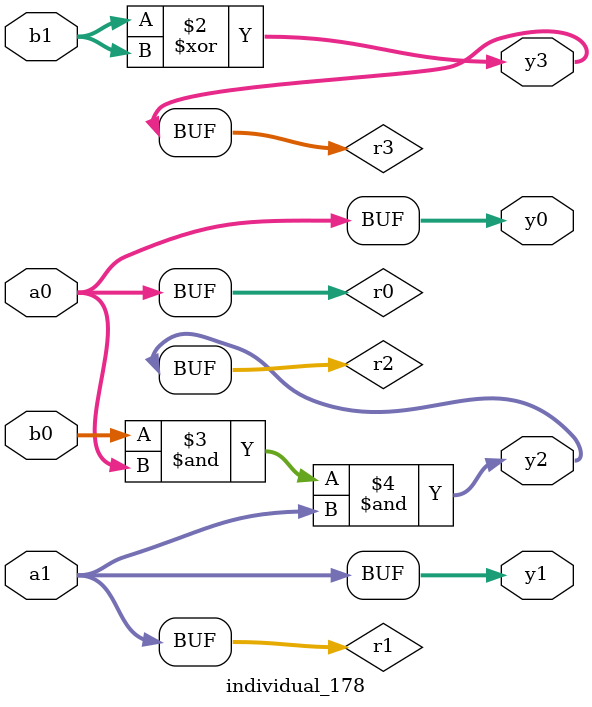
<source format=sv>
module individual_178(input logic [15:0] a1, input logic [15:0] a0, input logic [15:0] b1, input logic [15:0] b0, output logic [15:0] y3, output logic [15:0] y2, output logic [15:0] y1, output logic [15:0] y0);
logic [15:0] r0, r1, r2, r3; 
 always@(*) begin 
	 r0 = a0; r1 = a1; r2 = b0; r3 = b1; 
 	 r3  ^=  r3 ;
 	 r2  &=  a0 ;
 	 r2  &=  a1 ;
 	 y3 = r3; y2 = r2; y1 = r1; y0 = r0; 
end
endmodule
</source>
